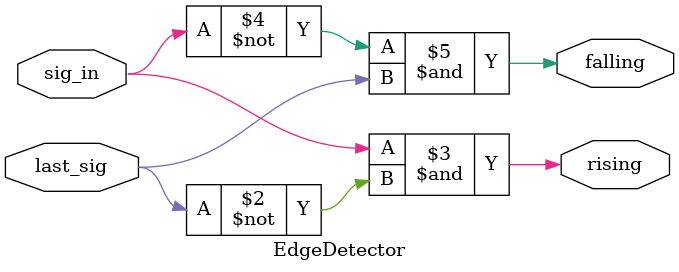
<source format=sv>
module EdgeDetectLatch (
    input wire clk,
    input wire sig_in,
    output wire rising,
    output wire falling
);

    // Internal signals
    wire sig_in_buf;
    wire last_sig;
    
    // Input buffer module
    InputBuffer u_input_buffer (
        .clk(clk),
        .sig_in(sig_in),
        .sig_out(sig_in_buf)
    );
    
    // Delay register module  
    DelayReg u_delay_reg (
        .clk(clk),
        .sig_in(sig_in_buf),
        .sig_out(last_sig)
    );
    
    // Edge detection module
    EdgeDetector u_edge_detector (
        .sig_in(sig_in_buf),
        .last_sig(last_sig),
        .rising(rising),
        .falling(falling)
    );

endmodule

// Input buffer module
module InputBuffer (
    input wire clk,
    input wire sig_in,
    output reg sig_out
);
    always @(posedge clk) begin
        sig_out <= sig_in;
    end
endmodule

// Delay register module
module DelayReg (
    input wire clk,
    input wire sig_in,
    output reg sig_out
);
    always @(posedge clk) begin
        sig_out <= sig_in;
    end
endmodule

// Edge detection module
module EdgeDetector (
    input wire sig_in,
    input wire last_sig,
    output reg rising,
    output reg falling
);
    always @(*) begin
        rising = sig_in & ~last_sig;
        falling = ~sig_in & last_sig;
    end
endmodule
</source>
